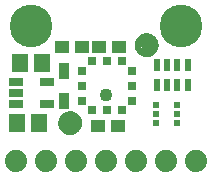
<source format=gbr>
G04 EAGLE Gerber RS-274X export*
G75*
%MOMM*%
%FSLAX34Y34*%
%LPD*%
%INSoldermask Top*%
%IPPOS*%
%AMOC8*
5,1,8,0,0,1.08239X$1,22.5*%
G01*
%ADD10C,3.617600*%
%ADD11C,1.101600*%
%ADD12C,0.500000*%
%ADD13R,1.341600X1.601600*%
%ADD14R,1.301600X0.651600*%
%ADD15R,1.176600X1.101600*%
%ADD16R,0.551600X1.001600*%
%ADD17R,0.601600X0.601600*%
%ADD18R,0.601600X0.501600*%
%ADD19R,0.751600X0.801600*%
%ADD20R,0.751600X0.751600*%
%ADD21R,0.901600X1.451600*%
%ADD22C,1.879600*%


D10*
X25400Y139700D03*
X152400Y139700D03*
D11*
X123190Y123190D03*
D12*
X123190Y130690D02*
X123009Y130688D01*
X122828Y130681D01*
X122647Y130670D01*
X122466Y130655D01*
X122286Y130635D01*
X122106Y130611D01*
X121927Y130583D01*
X121749Y130550D01*
X121572Y130513D01*
X121395Y130472D01*
X121220Y130427D01*
X121045Y130377D01*
X120872Y130323D01*
X120701Y130265D01*
X120530Y130203D01*
X120362Y130136D01*
X120195Y130066D01*
X120029Y129992D01*
X119866Y129913D01*
X119705Y129831D01*
X119545Y129745D01*
X119388Y129655D01*
X119233Y129561D01*
X119080Y129464D01*
X118930Y129362D01*
X118782Y129258D01*
X118636Y129149D01*
X118494Y129038D01*
X118354Y128922D01*
X118217Y128804D01*
X118082Y128682D01*
X117951Y128557D01*
X117823Y128429D01*
X117698Y128298D01*
X117576Y128163D01*
X117458Y128026D01*
X117342Y127886D01*
X117231Y127744D01*
X117122Y127598D01*
X117018Y127450D01*
X116916Y127300D01*
X116819Y127147D01*
X116725Y126992D01*
X116635Y126835D01*
X116549Y126675D01*
X116467Y126514D01*
X116388Y126351D01*
X116314Y126185D01*
X116244Y126018D01*
X116177Y125850D01*
X116115Y125679D01*
X116057Y125508D01*
X116003Y125335D01*
X115953Y125160D01*
X115908Y124985D01*
X115867Y124808D01*
X115830Y124631D01*
X115797Y124453D01*
X115769Y124274D01*
X115745Y124094D01*
X115725Y123914D01*
X115710Y123733D01*
X115699Y123552D01*
X115692Y123371D01*
X115690Y123190D01*
X123190Y130690D02*
X123371Y130688D01*
X123552Y130681D01*
X123733Y130670D01*
X123914Y130655D01*
X124094Y130635D01*
X124274Y130611D01*
X124453Y130583D01*
X124631Y130550D01*
X124808Y130513D01*
X124985Y130472D01*
X125160Y130427D01*
X125335Y130377D01*
X125508Y130323D01*
X125679Y130265D01*
X125850Y130203D01*
X126018Y130136D01*
X126185Y130066D01*
X126351Y129992D01*
X126514Y129913D01*
X126675Y129831D01*
X126835Y129745D01*
X126992Y129655D01*
X127147Y129561D01*
X127300Y129464D01*
X127450Y129362D01*
X127598Y129258D01*
X127744Y129149D01*
X127886Y129038D01*
X128026Y128922D01*
X128163Y128804D01*
X128298Y128682D01*
X128429Y128557D01*
X128557Y128429D01*
X128682Y128298D01*
X128804Y128163D01*
X128922Y128026D01*
X129038Y127886D01*
X129149Y127744D01*
X129258Y127598D01*
X129362Y127450D01*
X129464Y127300D01*
X129561Y127147D01*
X129655Y126992D01*
X129745Y126835D01*
X129831Y126675D01*
X129913Y126514D01*
X129992Y126351D01*
X130066Y126185D01*
X130136Y126018D01*
X130203Y125850D01*
X130265Y125679D01*
X130323Y125508D01*
X130377Y125335D01*
X130427Y125160D01*
X130472Y124985D01*
X130513Y124808D01*
X130550Y124631D01*
X130583Y124453D01*
X130611Y124274D01*
X130635Y124094D01*
X130655Y123914D01*
X130670Y123733D01*
X130681Y123552D01*
X130688Y123371D01*
X130690Y123190D01*
X130688Y123009D01*
X130681Y122828D01*
X130670Y122647D01*
X130655Y122466D01*
X130635Y122286D01*
X130611Y122106D01*
X130583Y121927D01*
X130550Y121749D01*
X130513Y121572D01*
X130472Y121395D01*
X130427Y121220D01*
X130377Y121045D01*
X130323Y120872D01*
X130265Y120701D01*
X130203Y120530D01*
X130136Y120362D01*
X130066Y120195D01*
X129992Y120029D01*
X129913Y119866D01*
X129831Y119705D01*
X129745Y119545D01*
X129655Y119388D01*
X129561Y119233D01*
X129464Y119080D01*
X129362Y118930D01*
X129258Y118782D01*
X129149Y118636D01*
X129038Y118494D01*
X128922Y118354D01*
X128804Y118217D01*
X128682Y118082D01*
X128557Y117951D01*
X128429Y117823D01*
X128298Y117698D01*
X128163Y117576D01*
X128026Y117458D01*
X127886Y117342D01*
X127744Y117231D01*
X127598Y117122D01*
X127450Y117018D01*
X127300Y116916D01*
X127147Y116819D01*
X126992Y116725D01*
X126835Y116635D01*
X126675Y116549D01*
X126514Y116467D01*
X126351Y116388D01*
X126185Y116314D01*
X126018Y116244D01*
X125850Y116177D01*
X125679Y116115D01*
X125508Y116057D01*
X125335Y116003D01*
X125160Y115953D01*
X124985Y115908D01*
X124808Y115867D01*
X124631Y115830D01*
X124453Y115797D01*
X124274Y115769D01*
X124094Y115745D01*
X123914Y115725D01*
X123733Y115710D01*
X123552Y115699D01*
X123371Y115692D01*
X123190Y115690D01*
X123009Y115692D01*
X122828Y115699D01*
X122647Y115710D01*
X122466Y115725D01*
X122286Y115745D01*
X122106Y115769D01*
X121927Y115797D01*
X121749Y115830D01*
X121572Y115867D01*
X121395Y115908D01*
X121220Y115953D01*
X121045Y116003D01*
X120872Y116057D01*
X120701Y116115D01*
X120530Y116177D01*
X120362Y116244D01*
X120195Y116314D01*
X120029Y116388D01*
X119866Y116467D01*
X119705Y116549D01*
X119545Y116635D01*
X119388Y116725D01*
X119233Y116819D01*
X119080Y116916D01*
X118930Y117018D01*
X118782Y117122D01*
X118636Y117231D01*
X118494Y117342D01*
X118354Y117458D01*
X118217Y117576D01*
X118082Y117698D01*
X117951Y117823D01*
X117823Y117951D01*
X117698Y118082D01*
X117576Y118217D01*
X117458Y118354D01*
X117342Y118494D01*
X117231Y118636D01*
X117122Y118782D01*
X117018Y118930D01*
X116916Y119080D01*
X116819Y119233D01*
X116725Y119388D01*
X116635Y119545D01*
X116549Y119705D01*
X116467Y119866D01*
X116388Y120029D01*
X116314Y120195D01*
X116244Y120362D01*
X116177Y120530D01*
X116115Y120701D01*
X116057Y120872D01*
X116003Y121045D01*
X115953Y121220D01*
X115908Y121395D01*
X115867Y121572D01*
X115830Y121749D01*
X115797Y121927D01*
X115769Y122106D01*
X115745Y122286D01*
X115725Y122466D01*
X115710Y122647D01*
X115699Y122828D01*
X115692Y123009D01*
X115690Y123190D01*
D11*
X58420Y57150D03*
D12*
X58420Y64650D02*
X58239Y64648D01*
X58058Y64641D01*
X57877Y64630D01*
X57696Y64615D01*
X57516Y64595D01*
X57336Y64571D01*
X57157Y64543D01*
X56979Y64510D01*
X56802Y64473D01*
X56625Y64432D01*
X56450Y64387D01*
X56275Y64337D01*
X56102Y64283D01*
X55931Y64225D01*
X55760Y64163D01*
X55592Y64096D01*
X55425Y64026D01*
X55259Y63952D01*
X55096Y63873D01*
X54935Y63791D01*
X54775Y63705D01*
X54618Y63615D01*
X54463Y63521D01*
X54310Y63424D01*
X54160Y63322D01*
X54012Y63218D01*
X53866Y63109D01*
X53724Y62998D01*
X53584Y62882D01*
X53447Y62764D01*
X53312Y62642D01*
X53181Y62517D01*
X53053Y62389D01*
X52928Y62258D01*
X52806Y62123D01*
X52688Y61986D01*
X52572Y61846D01*
X52461Y61704D01*
X52352Y61558D01*
X52248Y61410D01*
X52146Y61260D01*
X52049Y61107D01*
X51955Y60952D01*
X51865Y60795D01*
X51779Y60635D01*
X51697Y60474D01*
X51618Y60311D01*
X51544Y60145D01*
X51474Y59978D01*
X51407Y59810D01*
X51345Y59639D01*
X51287Y59468D01*
X51233Y59295D01*
X51183Y59120D01*
X51138Y58945D01*
X51097Y58768D01*
X51060Y58591D01*
X51027Y58413D01*
X50999Y58234D01*
X50975Y58054D01*
X50955Y57874D01*
X50940Y57693D01*
X50929Y57512D01*
X50922Y57331D01*
X50920Y57150D01*
X58420Y64650D02*
X58601Y64648D01*
X58782Y64641D01*
X58963Y64630D01*
X59144Y64615D01*
X59324Y64595D01*
X59504Y64571D01*
X59683Y64543D01*
X59861Y64510D01*
X60038Y64473D01*
X60215Y64432D01*
X60390Y64387D01*
X60565Y64337D01*
X60738Y64283D01*
X60909Y64225D01*
X61080Y64163D01*
X61248Y64096D01*
X61415Y64026D01*
X61581Y63952D01*
X61744Y63873D01*
X61905Y63791D01*
X62065Y63705D01*
X62222Y63615D01*
X62377Y63521D01*
X62530Y63424D01*
X62680Y63322D01*
X62828Y63218D01*
X62974Y63109D01*
X63116Y62998D01*
X63256Y62882D01*
X63393Y62764D01*
X63528Y62642D01*
X63659Y62517D01*
X63787Y62389D01*
X63912Y62258D01*
X64034Y62123D01*
X64152Y61986D01*
X64268Y61846D01*
X64379Y61704D01*
X64488Y61558D01*
X64592Y61410D01*
X64694Y61260D01*
X64791Y61107D01*
X64885Y60952D01*
X64975Y60795D01*
X65061Y60635D01*
X65143Y60474D01*
X65222Y60311D01*
X65296Y60145D01*
X65366Y59978D01*
X65433Y59810D01*
X65495Y59639D01*
X65553Y59468D01*
X65607Y59295D01*
X65657Y59120D01*
X65702Y58945D01*
X65743Y58768D01*
X65780Y58591D01*
X65813Y58413D01*
X65841Y58234D01*
X65865Y58054D01*
X65885Y57874D01*
X65900Y57693D01*
X65911Y57512D01*
X65918Y57331D01*
X65920Y57150D01*
X65918Y56969D01*
X65911Y56788D01*
X65900Y56607D01*
X65885Y56426D01*
X65865Y56246D01*
X65841Y56066D01*
X65813Y55887D01*
X65780Y55709D01*
X65743Y55532D01*
X65702Y55355D01*
X65657Y55180D01*
X65607Y55005D01*
X65553Y54832D01*
X65495Y54661D01*
X65433Y54490D01*
X65366Y54322D01*
X65296Y54155D01*
X65222Y53989D01*
X65143Y53826D01*
X65061Y53665D01*
X64975Y53505D01*
X64885Y53348D01*
X64791Y53193D01*
X64694Y53040D01*
X64592Y52890D01*
X64488Y52742D01*
X64379Y52596D01*
X64268Y52454D01*
X64152Y52314D01*
X64034Y52177D01*
X63912Y52042D01*
X63787Y51911D01*
X63659Y51783D01*
X63528Y51658D01*
X63393Y51536D01*
X63256Y51418D01*
X63116Y51302D01*
X62974Y51191D01*
X62828Y51082D01*
X62680Y50978D01*
X62530Y50876D01*
X62377Y50779D01*
X62222Y50685D01*
X62065Y50595D01*
X61905Y50509D01*
X61744Y50427D01*
X61581Y50348D01*
X61415Y50274D01*
X61248Y50204D01*
X61080Y50137D01*
X60909Y50075D01*
X60738Y50017D01*
X60565Y49963D01*
X60390Y49913D01*
X60215Y49868D01*
X60038Y49827D01*
X59861Y49790D01*
X59683Y49757D01*
X59504Y49729D01*
X59324Y49705D01*
X59144Y49685D01*
X58963Y49670D01*
X58782Y49659D01*
X58601Y49652D01*
X58420Y49650D01*
X58239Y49652D01*
X58058Y49659D01*
X57877Y49670D01*
X57696Y49685D01*
X57516Y49705D01*
X57336Y49729D01*
X57157Y49757D01*
X56979Y49790D01*
X56802Y49827D01*
X56625Y49868D01*
X56450Y49913D01*
X56275Y49963D01*
X56102Y50017D01*
X55931Y50075D01*
X55760Y50137D01*
X55592Y50204D01*
X55425Y50274D01*
X55259Y50348D01*
X55096Y50427D01*
X54935Y50509D01*
X54775Y50595D01*
X54618Y50685D01*
X54463Y50779D01*
X54310Y50876D01*
X54160Y50978D01*
X54012Y51082D01*
X53866Y51191D01*
X53724Y51302D01*
X53584Y51418D01*
X53447Y51536D01*
X53312Y51658D01*
X53181Y51783D01*
X53053Y51911D01*
X52928Y52042D01*
X52806Y52177D01*
X52688Y52314D01*
X52572Y52454D01*
X52461Y52596D01*
X52352Y52742D01*
X52248Y52890D01*
X52146Y53040D01*
X52049Y53193D01*
X51955Y53348D01*
X51865Y53505D01*
X51779Y53665D01*
X51697Y53826D01*
X51618Y53989D01*
X51544Y54155D01*
X51474Y54322D01*
X51407Y54490D01*
X51345Y54661D01*
X51287Y54832D01*
X51233Y55005D01*
X51183Y55180D01*
X51138Y55355D01*
X51097Y55532D01*
X51060Y55709D01*
X51027Y55887D01*
X50999Y56066D01*
X50975Y56246D01*
X50955Y56426D01*
X50940Y56607D01*
X50929Y56788D01*
X50922Y56969D01*
X50920Y57150D01*
D13*
X13360Y57150D03*
X32360Y57150D03*
D14*
X12399Y92050D03*
X12399Y82550D03*
X12399Y73050D03*
X38401Y73050D03*
X38401Y92050D03*
D13*
X34900Y107950D03*
X15900Y107950D03*
D15*
X99940Y121920D03*
X82940Y121920D03*
D16*
X157780Y89290D03*
X157780Y106290D03*
X148780Y89290D03*
X140780Y89290D03*
X131780Y89290D03*
X131780Y106290D03*
X148780Y106290D03*
X140780Y106290D03*
D17*
X148700Y57270D03*
D18*
X148700Y64770D03*
D17*
X148700Y72270D03*
X130700Y72270D03*
D18*
X130700Y64770D03*
D17*
X130700Y57270D03*
D19*
X110490Y101600D03*
X110490Y88900D03*
X110490Y76200D03*
X68490Y101600D03*
X68490Y88900D03*
X68490Y76200D03*
X102190Y109900D03*
X89490Y109900D03*
X76790Y109900D03*
D20*
X102190Y68400D03*
D19*
X89490Y68400D03*
D20*
X76790Y68400D03*
D11*
X88990Y80800D03*
D15*
X81670Y54610D03*
X98670Y54610D03*
D21*
X53340Y76200D03*
X53340Y101600D03*
D15*
X68190Y121920D03*
X51190Y121920D03*
D22*
X12700Y25400D03*
X38100Y25400D03*
X63500Y25400D03*
X88900Y25400D03*
X114300Y25400D03*
X139700Y25400D03*
X165100Y25400D03*
M02*

</source>
